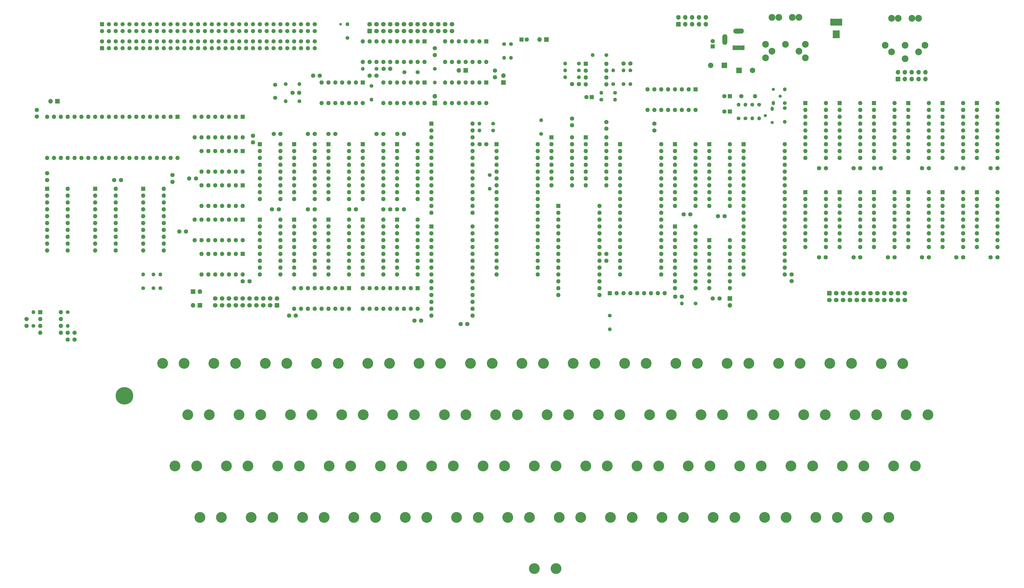
<source format=gbr>
%TF.GenerationSoftware,KiCad,Pcbnew,8.0.4*%
%TF.CreationDate,2025-01-14T13:43:07+00:00*%
%TF.ProjectId,AtomV5Board,41746f6d-5635-4426-9f61-72642e6b6963,rev?*%
%TF.SameCoordinates,Original*%
%TF.FileFunction,Soldermask,Bot*%
%TF.FilePolarity,Negative*%
%FSLAX46Y46*%
G04 Gerber Fmt 4.6, Leading zero omitted, Abs format (unit mm)*
G04 Created by KiCad (PCBNEW 8.0.4) date 2025-01-14 13:43:07*
%MOMM*%
%LPD*%
G01*
G04 APERTURE LIST*
G04 Aperture macros list*
%AMRoundRect*
0 Rectangle with rounded corners*
0 $1 Rounding radius*
0 $2 $3 $4 $5 $6 $7 $8 $9 X,Y pos of 4 corners*
0 Add a 4 corners polygon primitive as box body*
4,1,4,$2,$3,$4,$5,$6,$7,$8,$9,$2,$3,0*
0 Add four circle primitives for the rounded corners*
1,1,$1+$1,$2,$3*
1,1,$1+$1,$4,$5*
1,1,$1+$1,$6,$7*
1,1,$1+$1,$8,$9*
0 Add four rect primitives between the rounded corners*
20,1,$1+$1,$2,$3,$4,$5,0*
20,1,$1+$1,$4,$5,$6,$7,0*
20,1,$1+$1,$6,$7,$8,$9,0*
20,1,$1+$1,$8,$9,$2,$3,0*%
G04 Aperture macros list end*
%ADD10C,1.600000*%
%ADD11R,1.600000X1.600000*%
%ADD12O,1.600000X1.600000*%
%ADD13C,1.400000*%
%ADD14O,1.400000X1.400000*%
%ADD15R,1.700000X1.700000*%
%ADD16O,1.700000X1.700000*%
%ADD17C,2.500000*%
%ADD18RoundRect,0.249999X-0.525001X-0.525001X0.525001X-0.525001X0.525001X0.525001X-0.525001X0.525001X0*%
%ADD19C,1.550000*%
%ADD20R,2.000000X2.000000*%
%ADD21C,2.000000*%
%ADD22C,6.500000*%
%ADD23O,1.200000X1.600000*%
%ADD24O,1.200000X1.200000*%
%ADD25R,0.850000X0.850000*%
%ADD26R,4.500000X2.500000*%
%ADD27R,2.500000X3.000000*%
%ADD28R,4.400000X1.800000*%
%ADD29O,1.800000X4.000000*%
%ADD30O,4.000000X1.800000*%
%ADD31RoundRect,0.249999X0.525001X-0.525001X0.525001X0.525001X-0.525001X0.525001X-0.525001X-0.525001X0*%
%ADD32C,1.500000*%
%ADD33RoundRect,0.250000X0.600000X-0.600000X0.600000X0.600000X-0.600000X0.600000X-0.600000X-0.600000X0*%
%ADD34C,1.700000*%
%ADD35C,4.000000*%
%ADD36RoundRect,0.250000X-0.600000X0.600000X-0.600000X-0.600000X0.600000X-0.600000X0.600000X0.600000X0*%
G04 APERTURE END LIST*
D10*
%TO.C,C132*%
X321310000Y-82550000D03*
X323810000Y-82550000D03*
%TD*%
D11*
%TO.C,IC5*%
X107950000Y-114300000D03*
D12*
X105410000Y-114300000D03*
X102870000Y-114300000D03*
X100330000Y-114300000D03*
X97790000Y-114300000D03*
X95250000Y-114300000D03*
X92710000Y-114300000D03*
X92710000Y-121920000D03*
X95250000Y-121920000D03*
X97790000Y-121920000D03*
X100330000Y-121920000D03*
X102870000Y-121920000D03*
X105410000Y-121920000D03*
X107950000Y-121920000D03*
%TD*%
D11*
%TO.C,C3*%
X288290000Y-55880000D03*
D10*
X286290000Y-55880000D03*
%TD*%
D11*
%TO.C,IC2*%
X35560000Y-90170000D03*
D12*
X35560000Y-92710000D03*
X35560000Y-95250000D03*
X35560000Y-97790000D03*
X35560000Y-100330000D03*
X35560000Y-102870000D03*
X35560000Y-105410000D03*
X35560000Y-107950000D03*
X35560000Y-110490000D03*
X35560000Y-113030000D03*
X43180000Y-113030000D03*
X43180000Y-110490000D03*
X43180000Y-107950000D03*
X43180000Y-105410000D03*
X43180000Y-102870000D03*
X43180000Y-100330000D03*
X43180000Y-97790000D03*
X43180000Y-95250000D03*
X43180000Y-92710000D03*
X43180000Y-90170000D03*
%TD*%
D13*
%TO.C,R101*%
X146685000Y-34290000D03*
D14*
X146685000Y-29210000D03*
%TD*%
D11*
%TO.C,IC42*%
X379730000Y-58420000D03*
D12*
X379730000Y-60960000D03*
X379730000Y-63500000D03*
X379730000Y-66040000D03*
X379730000Y-68580000D03*
X379730000Y-71120000D03*
X379730000Y-73660000D03*
X379730000Y-76200000D03*
X379730000Y-78740000D03*
X387350000Y-78740000D03*
X387350000Y-76200000D03*
X387350000Y-73660000D03*
X387350000Y-71120000D03*
X387350000Y-68580000D03*
X387350000Y-66040000D03*
X387350000Y-63500000D03*
X387350000Y-60960000D03*
X387350000Y-58420000D03*
%TD*%
D13*
%TO.C,R33*%
X245745000Y-54610000D03*
D14*
X240665000Y-54610000D03*
%TD*%
D11*
%TO.C,IC47*%
X275590000Y-53340000D03*
D12*
X273050000Y-53340000D03*
X270510000Y-53340000D03*
X267970000Y-53340000D03*
X265430000Y-53340000D03*
X262890000Y-53340000D03*
X260350000Y-53340000D03*
X257810000Y-53340000D03*
X257810000Y-60960000D03*
X260350000Y-60960000D03*
X262890000Y-60960000D03*
X265430000Y-60960000D03*
X267970000Y-60960000D03*
X270510000Y-60960000D03*
X273050000Y-60960000D03*
X275590000Y-60960000D03*
%TD*%
D10*
%TO.C,C134*%
X334050000Y-82550000D03*
X336550000Y-82550000D03*
%TD*%
%TO.C,C141*%
X372130000Y-115570000D03*
X374630000Y-115570000D03*
%TD*%
D13*
%TO.C,R202*%
X43180000Y-135880000D03*
D14*
X43180000Y-140960000D03*
%TD*%
D10*
%TO.C,C128*%
X273645000Y-99695000D03*
X271145000Y-99695000D03*
%TD*%
D13*
%TO.C,R8*%
X291465000Y-64135000D03*
D14*
X291465000Y-59055000D03*
%TD*%
D13*
%TO.C,R40*%
X71120000Y-127000000D03*
D14*
X71120000Y-121920000D03*
%TD*%
D11*
%TO.C,IC10*%
X114310000Y-73660000D03*
D12*
X114310000Y-76200000D03*
X114310000Y-78740000D03*
X114310000Y-81280000D03*
X114310000Y-83820000D03*
X114310000Y-86360000D03*
X114310000Y-88900000D03*
X114310000Y-91440000D03*
X114310000Y-93980000D03*
X121930000Y-93980000D03*
X121930000Y-91440000D03*
X121930000Y-88900000D03*
X121930000Y-86360000D03*
X121930000Y-83820000D03*
X121930000Y-81280000D03*
X121930000Y-78740000D03*
X121930000Y-76200000D03*
X121930000Y-73660000D03*
%TD*%
D11*
%TO.C,IC37*%
X341630000Y-91440000D03*
D12*
X341630000Y-93980000D03*
X341630000Y-96520000D03*
X341630000Y-99060000D03*
X341630000Y-101600000D03*
X341630000Y-104140000D03*
X341630000Y-106680000D03*
X341630000Y-109220000D03*
X341630000Y-111760000D03*
X349250000Y-111760000D03*
X349250000Y-109220000D03*
X349250000Y-106680000D03*
X349250000Y-104140000D03*
X349250000Y-101600000D03*
X349250000Y-99060000D03*
X349250000Y-96520000D03*
X349250000Y-93980000D03*
X349250000Y-91440000D03*
%TD*%
D10*
%TO.C,C108*%
X111760000Y-73005000D03*
X111760000Y-70505000D03*
%TD*%
D11*
%TO.C,IC9*%
X152400000Y-50800000D03*
D12*
X149860000Y-50800000D03*
X147320000Y-50800000D03*
X144780000Y-50800000D03*
X142240000Y-50800000D03*
X139700000Y-50800000D03*
X137160000Y-50800000D03*
X137160000Y-58420000D03*
X139700000Y-58420000D03*
X142240000Y-58420000D03*
X144780000Y-58420000D03*
X147320000Y-58420000D03*
X149860000Y-58420000D03*
X152400000Y-58420000D03*
%TD*%
D13*
%TO.C,R3*%
X275590000Y-132715000D03*
D14*
X270510000Y-132715000D03*
%TD*%
D10*
%TO.C,C203*%
X45720000Y-143520000D03*
X45720000Y-146020000D03*
%TD*%
D13*
%TO.C,R12*%
X308610000Y-60325000D03*
D14*
X308610000Y-65405000D03*
%TD*%
D13*
%TO.C,R9*%
X299085000Y-59055000D03*
D14*
X299085000Y-64135000D03*
%TD*%
D13*
%TO.C,R201*%
X30480000Y-140960000D03*
D14*
X30480000Y-135880000D03*
%TD*%
D10*
%TO.C,C143*%
X384830000Y-115570000D03*
X387330000Y-115570000D03*
%TD*%
D11*
%TO.C,IC22*%
X201930000Y-73660000D03*
D12*
X201930000Y-76200000D03*
X201930000Y-78740000D03*
X201930000Y-81280000D03*
X201930000Y-83820000D03*
X201930000Y-86360000D03*
X201930000Y-88900000D03*
X201930000Y-91440000D03*
X201930000Y-93980000D03*
X201930000Y-96520000D03*
X201930000Y-99060000D03*
X201930000Y-101600000D03*
X201930000Y-104140000D03*
X201930000Y-106680000D03*
X201930000Y-109220000D03*
X201930000Y-111760000D03*
X201930000Y-114300000D03*
X201930000Y-116840000D03*
X201930000Y-119380000D03*
X201930000Y-121920000D03*
X217170000Y-121920000D03*
X217170000Y-119380000D03*
X217170000Y-116840000D03*
X217170000Y-114300000D03*
X217170000Y-111760000D03*
X217170000Y-109220000D03*
X217170000Y-106680000D03*
X217170000Y-104140000D03*
X217170000Y-101600000D03*
X217170000Y-99060000D03*
X217170000Y-96520000D03*
X217170000Y-93980000D03*
X217170000Y-91440000D03*
X217170000Y-88900000D03*
X217170000Y-86360000D03*
X217170000Y-83820000D03*
X217170000Y-81280000D03*
X217170000Y-78740000D03*
X217170000Y-76200000D03*
X217170000Y-73660000D03*
%TD*%
D11*
%TO.C,C8*%
X237167500Y-56182500D03*
D10*
X235167500Y-56182500D03*
%TD*%
%TO.C,L1*%
X292520000Y-55880000D03*
D12*
X297600000Y-55880000D03*
%TD*%
D13*
%TO.C,R4*%
X123825000Y-51435000D03*
D14*
X128905000Y-51435000D03*
%TD*%
D11*
%TO.C,IC18*%
X165100000Y-73660000D03*
D12*
X165100000Y-76200000D03*
X165100000Y-78740000D03*
X165100000Y-81280000D03*
X165100000Y-83820000D03*
X165100000Y-86360000D03*
X165100000Y-88900000D03*
X165100000Y-91440000D03*
X165100000Y-93980000D03*
X172720000Y-93980000D03*
X172720000Y-91440000D03*
X172720000Y-88900000D03*
X172720000Y-86360000D03*
X172720000Y-83820000D03*
X172720000Y-81280000D03*
X172720000Y-78740000D03*
X172720000Y-76200000D03*
X172720000Y-73660000D03*
%TD*%
D13*
%TO.C,R32*%
X240665000Y-57150000D03*
D14*
X245745000Y-57150000D03*
%TD*%
D10*
%TO.C,C113*%
X160020000Y-97790000D03*
X162520000Y-97790000D03*
%TD*%
D11*
%TO.C,I101*%
X33030000Y-135890000D03*
D12*
X33030000Y-138430000D03*
X33030000Y-140970000D03*
X33030000Y-143510000D03*
X40650000Y-143510000D03*
X40650000Y-140970000D03*
X40650000Y-138430000D03*
X40650000Y-135890000D03*
%TD*%
D10*
%TO.C,C130*%
X281940000Y-130810000D03*
X284440000Y-130810000D03*
%TD*%
D11*
%TO.C,IC21*%
X177800000Y-104140000D03*
D12*
X177800000Y-106680000D03*
X177800000Y-109220000D03*
X177800000Y-111760000D03*
X177800000Y-114300000D03*
X177800000Y-116840000D03*
X177800000Y-119380000D03*
X177800000Y-121920000D03*
X177800000Y-124460000D03*
X177800000Y-127000000D03*
X177800000Y-129540000D03*
X177800000Y-132080000D03*
X177800000Y-134620000D03*
X177800000Y-137160000D03*
X193040000Y-137160000D03*
X193040000Y-134620000D03*
X193040000Y-132080000D03*
X193040000Y-129540000D03*
X193040000Y-127000000D03*
X193040000Y-124460000D03*
X193040000Y-121920000D03*
X193040000Y-119380000D03*
X193040000Y-116840000D03*
X193040000Y-114300000D03*
X193040000Y-111760000D03*
X193040000Y-109220000D03*
X193040000Y-106680000D03*
X193040000Y-104140000D03*
%TD*%
D11*
%TO.C,IC31*%
X293370000Y-73660000D03*
D12*
X293370000Y-76200000D03*
X293370000Y-78740000D03*
X293370000Y-81280000D03*
X293370000Y-83820000D03*
X293370000Y-86360000D03*
X293370000Y-88900000D03*
X293370000Y-91440000D03*
X293370000Y-93980000D03*
X293370000Y-96520000D03*
X293370000Y-99060000D03*
X293370000Y-101600000D03*
X293370000Y-104140000D03*
X293370000Y-106680000D03*
X293370000Y-109220000D03*
X293370000Y-111760000D03*
X293370000Y-114300000D03*
X293370000Y-116840000D03*
X293370000Y-119380000D03*
X293370000Y-121920000D03*
X308610000Y-121920000D03*
X308610000Y-119380000D03*
X308610000Y-116840000D03*
X308610000Y-114300000D03*
X308610000Y-111760000D03*
X308610000Y-109220000D03*
X308610000Y-106680000D03*
X308610000Y-104140000D03*
X308610000Y-101600000D03*
X308610000Y-99060000D03*
X308610000Y-96520000D03*
X308610000Y-93980000D03*
X308610000Y-91440000D03*
X308610000Y-88900000D03*
X308610000Y-86360000D03*
X308610000Y-83820000D03*
X308610000Y-81280000D03*
X308610000Y-78740000D03*
X308610000Y-76200000D03*
X308610000Y-73660000D03*
%TD*%
D13*
%TO.C,R26*%
X179070000Y-45720000D03*
D14*
X179070000Y-50800000D03*
%TD*%
D11*
%TO.C,IC24*%
X224790000Y-96520000D03*
D12*
X224790000Y-99060000D03*
X224790000Y-101600000D03*
X224790000Y-104140000D03*
X224790000Y-106680000D03*
X224790000Y-109220000D03*
X224790000Y-111760000D03*
X224790000Y-114300000D03*
X224790000Y-116840000D03*
X224790000Y-119380000D03*
X224790000Y-121920000D03*
X224790000Y-124460000D03*
X224790000Y-127000000D03*
X224790000Y-129540000D03*
X240030000Y-129540000D03*
X240030000Y-127000000D03*
X240030000Y-124460000D03*
X240030000Y-121920000D03*
X240030000Y-119380000D03*
X240030000Y-116840000D03*
X240030000Y-114300000D03*
X240030000Y-111760000D03*
X240030000Y-109220000D03*
X240030000Y-106680000D03*
X240030000Y-104140000D03*
X240030000Y-101600000D03*
X240030000Y-99060000D03*
X240030000Y-96520000D03*
%TD*%
D11*
%TO.C,IC30*%
X280670000Y-109220000D03*
D12*
X280670000Y-111760000D03*
X280670000Y-114300000D03*
X280670000Y-116840000D03*
X280670000Y-119380000D03*
X280670000Y-121920000D03*
X280670000Y-124460000D03*
X280670000Y-127000000D03*
X288290000Y-127000000D03*
X288290000Y-124460000D03*
X288290000Y-121920000D03*
X288290000Y-119380000D03*
X288290000Y-116840000D03*
X288290000Y-114300000D03*
X288290000Y-111760000D03*
X288290000Y-109220000D03*
%TD*%
D10*
%TO.C,C131*%
X311150000Y-124420000D03*
X311150000Y-121920000D03*
%TD*%
D15*
%TO.C,PL101*%
X350525000Y-49535000D03*
D16*
X350525000Y-46995000D03*
X353065000Y-49535000D03*
X353065000Y-46995000D03*
X355605000Y-49535000D03*
X355605000Y-46995000D03*
X358145000Y-49535000D03*
X358145000Y-46995000D03*
X360685000Y-49535000D03*
X360685000Y-46995000D03*
%TD*%
D13*
%TO.C,R31*%
X242570000Y-40640000D03*
D14*
X237490000Y-40640000D03*
%TD*%
D10*
%TO.C,C139*%
X359430000Y-115570000D03*
X361930000Y-115570000D03*
%TD*%
%TO.C,C110*%
X121920000Y-69850000D03*
X119420000Y-69850000D03*
%TD*%
%TO.C,C111*%
X118785000Y-97790000D03*
X121285000Y-97790000D03*
%TD*%
%TO.C,C122*%
X195620000Y-73660000D03*
X198120000Y-73660000D03*
%TD*%
D15*
%TO.C,LS1*%
X220350000Y-34925000D03*
D16*
X217810000Y-34925000D03*
%TD*%
D11*
%TO.C,IC25*%
X247650000Y-73660000D03*
D12*
X247650000Y-76200000D03*
X247650000Y-78740000D03*
X247650000Y-81280000D03*
X247650000Y-83820000D03*
X247650000Y-86360000D03*
X247650000Y-88900000D03*
X247650000Y-91440000D03*
X247650000Y-93980000D03*
X247650000Y-96520000D03*
X247650000Y-99060000D03*
X247650000Y-101600000D03*
X247650000Y-104140000D03*
X247650000Y-106680000D03*
X247650000Y-109220000D03*
X247650000Y-111760000D03*
X247650000Y-114300000D03*
X247650000Y-116840000D03*
X247650000Y-119380000D03*
X247650000Y-121920000D03*
X262890000Y-121920000D03*
X262890000Y-119380000D03*
X262890000Y-116840000D03*
X262890000Y-114300000D03*
X262890000Y-111760000D03*
X262890000Y-109220000D03*
X262890000Y-106680000D03*
X262890000Y-104140000D03*
X262890000Y-101600000D03*
X262890000Y-99060000D03*
X262890000Y-96520000D03*
X262890000Y-93980000D03*
X262890000Y-91440000D03*
X262890000Y-88900000D03*
X262890000Y-86360000D03*
X262890000Y-83820000D03*
X262890000Y-81280000D03*
X262890000Y-78740000D03*
X262890000Y-76200000D03*
X262890000Y-73660000D03*
%TD*%
D10*
%TO.C,C105*%
X107970000Y-124460000D03*
X110470000Y-124460000D03*
%TD*%
%TO.C,C104*%
X81915000Y-87610000D03*
X81915000Y-85110000D03*
%TD*%
D13*
%TO.C,R29*%
X248920000Y-51435000D03*
D14*
X248920000Y-46355000D03*
%TD*%
D17*
%TO.C,PL102*%
X345790000Y-36990000D03*
X353140000Y-36990000D03*
X360490000Y-36990000D03*
X348140000Y-39490000D03*
X353140000Y-41990000D03*
X358140000Y-39490000D03*
X355640000Y-26990000D03*
X350640000Y-26990000D03*
X358140000Y-26990000D03*
X348140000Y-26990000D03*
%TD*%
D13*
%TO.C,R34*%
X245110000Y-51435000D03*
D14*
X245110000Y-46355000D03*
%TD*%
D10*
%TO.C,C124*%
X242570000Y-114340000D03*
X242570000Y-116840000D03*
%TD*%
%TO.C,C103*%
X60365000Y-86995000D03*
X62865000Y-86995000D03*
%TD*%
D18*
%TO.C,PL6*%
X55880000Y-29210000D03*
D19*
X58420000Y-29210000D03*
X60960000Y-29210000D03*
X63500000Y-29210000D03*
X66040000Y-29210000D03*
X68580000Y-29210000D03*
X71120000Y-29210000D03*
X73660000Y-29210000D03*
X76200000Y-29210000D03*
X78740000Y-29210000D03*
X81280000Y-29210000D03*
X83820000Y-29210000D03*
X86360000Y-29210000D03*
X88900000Y-29210000D03*
X91440000Y-29210000D03*
X93980000Y-29210000D03*
X96520000Y-29210000D03*
X99060000Y-29210000D03*
X101600000Y-29210000D03*
X104140000Y-29210000D03*
X106680000Y-29210000D03*
X109220000Y-29210000D03*
X111760000Y-29210000D03*
X114300000Y-29210000D03*
X116840000Y-29210000D03*
X119380000Y-29210000D03*
X121920000Y-29210000D03*
X124460000Y-29210000D03*
X127000000Y-29210000D03*
X129540000Y-29210000D03*
X132080000Y-29210000D03*
X134620000Y-29210000D03*
X55880000Y-31750000D03*
X58420000Y-31750000D03*
X60960000Y-31750000D03*
X63500000Y-31750000D03*
X66040000Y-31750000D03*
X68580000Y-31750000D03*
X71120000Y-31750000D03*
X73660000Y-31750000D03*
X76200000Y-31750000D03*
X78740000Y-31750000D03*
X81280000Y-31750000D03*
X83820000Y-31750000D03*
X86360000Y-31750000D03*
X88900000Y-31750000D03*
X91440000Y-31750000D03*
X93980000Y-31750000D03*
X96520000Y-31750000D03*
X99060000Y-31750000D03*
X101600000Y-31750000D03*
X104140000Y-31750000D03*
X106680000Y-31750000D03*
X109220000Y-31750000D03*
X111760000Y-31750000D03*
X114300000Y-31750000D03*
X116840000Y-31750000D03*
X119380000Y-31750000D03*
X121920000Y-31750000D03*
X124460000Y-31750000D03*
X127000000Y-31750000D03*
X129540000Y-31750000D03*
X132080000Y-31750000D03*
X134620000Y-31750000D03*
%TD*%
D10*
%TO.C,C102*%
X35560000Y-84455000D03*
X35560000Y-86955000D03*
%TD*%
%TO.C,C117*%
X132100000Y-97790000D03*
X134600000Y-97790000D03*
%TD*%
D13*
%TO.C,R35*%
X232410000Y-43815000D03*
D14*
X227330000Y-43815000D03*
%TD*%
D20*
%TO.C,C12*%
X291637323Y-46355000D03*
D21*
X296637323Y-46355000D03*
%TD*%
D13*
%TO.C,R39*%
X74930000Y-127000000D03*
D14*
X74930000Y-121920000D03*
%TD*%
D13*
%TO.C,R13*%
X199390000Y-85090000D03*
D14*
X199390000Y-90170000D03*
%TD*%
D15*
%TO.C,LK3*%
X92075000Y-133350000D03*
D16*
X89535000Y-133350000D03*
%TD*%
D11*
%TO.C,RN1*%
X243825000Y-128905000D03*
D12*
X246365000Y-128905000D03*
X248905000Y-128905000D03*
X251445000Y-128905000D03*
X253985000Y-128905000D03*
X256525000Y-128905000D03*
X259065000Y-128905000D03*
X261605000Y-128905000D03*
X264145000Y-128905000D03*
%TD*%
D10*
%TO.C,C126*%
X242570000Y-67925000D03*
X242570000Y-65425000D03*
%TD*%
D22*
%TO.C,KC1*%
X64190000Y-166920000D03*
%TD*%
D11*
%TO.C,IC3*%
X53340000Y-90170000D03*
D12*
X53340000Y-92710000D03*
X53340000Y-95250000D03*
X53340000Y-97790000D03*
X53340000Y-100330000D03*
X53340000Y-102870000D03*
X53340000Y-105410000D03*
X53340000Y-107950000D03*
X53340000Y-110490000D03*
X53340000Y-113030000D03*
X60960000Y-113030000D03*
X60960000Y-110490000D03*
X60960000Y-107950000D03*
X60960000Y-105410000D03*
X60960000Y-102870000D03*
X60960000Y-100330000D03*
X60960000Y-97790000D03*
X60960000Y-95250000D03*
X60960000Y-92710000D03*
X60960000Y-90170000D03*
%TD*%
D10*
%TO.C,C123*%
X229870000Y-66655000D03*
X229870000Y-64155000D03*
%TD*%
D11*
%TO.C,IC46*%
X234960000Y-43825000D03*
D12*
X234960000Y-46365000D03*
X234960000Y-48905000D03*
X234960000Y-51445000D03*
X242580000Y-51445000D03*
X242580000Y-48905000D03*
X242580000Y-46365000D03*
X242580000Y-43825000D03*
%TD*%
D15*
%TO.C,LK8*%
X190500000Y-46355000D03*
D16*
X187960000Y-46355000D03*
%TD*%
D15*
%TO.C,LK7*%
X204470000Y-50805000D03*
D16*
X204470000Y-48265000D03*
%TD*%
D11*
%TO.C,IC27*%
X267970000Y-104140000D03*
D12*
X267970000Y-106680000D03*
X267970000Y-109220000D03*
X267970000Y-111760000D03*
X267970000Y-114300000D03*
X267970000Y-116840000D03*
X267970000Y-119380000D03*
X267970000Y-121920000D03*
X267970000Y-124460000D03*
X267970000Y-127000000D03*
X275590000Y-127000000D03*
X275590000Y-124460000D03*
X275590000Y-121920000D03*
X275590000Y-119380000D03*
X275590000Y-116840000D03*
X275590000Y-114300000D03*
X275590000Y-111760000D03*
X275590000Y-109220000D03*
X275590000Y-106680000D03*
X275590000Y-104140000D03*
%TD*%
D11*
%TO.C,IC35*%
X328930000Y-91440000D03*
D12*
X328930000Y-93980000D03*
X328930000Y-96520000D03*
X328930000Y-99060000D03*
X328930000Y-101600000D03*
X328930000Y-104140000D03*
X328930000Y-106680000D03*
X328930000Y-109220000D03*
X328930000Y-111760000D03*
X336550000Y-111760000D03*
X336550000Y-109220000D03*
X336550000Y-106680000D03*
X336550000Y-104140000D03*
X336550000Y-101600000D03*
X336550000Y-99060000D03*
X336550000Y-96520000D03*
X336550000Y-93980000D03*
X336550000Y-91440000D03*
%TD*%
D10*
%TO.C,C101*%
X31750000Y-63460000D03*
X31750000Y-60960000D03*
%TD*%
D13*
%TO.C,R6*%
X308610000Y-58420000D03*
D14*
X308610000Y-53340000D03*
%TD*%
D13*
%TO.C,R36*%
X232410000Y-48895000D03*
D14*
X227330000Y-48895000D03*
%TD*%
D10*
%TO.C,C151*%
X127595000Y-137160000D03*
X125095000Y-137160000D03*
%TD*%
D11*
%TO.C,IC41*%
X367030000Y-91440000D03*
D12*
X367030000Y-93980000D03*
X367030000Y-96520000D03*
X367030000Y-99060000D03*
X367030000Y-101600000D03*
X367030000Y-104140000D03*
X367030000Y-106680000D03*
X367030000Y-109220000D03*
X367030000Y-111760000D03*
X374650000Y-111760000D03*
X374650000Y-109220000D03*
X374650000Y-106680000D03*
X374650000Y-104140000D03*
X374650000Y-101600000D03*
X374650000Y-99060000D03*
X374650000Y-96520000D03*
X374650000Y-93980000D03*
X374650000Y-91440000D03*
%TD*%
D13*
%TO.C,R25*%
X243840000Y-137160000D03*
D14*
X243840000Y-142240000D03*
%TD*%
D10*
%TO.C,C127*%
X270510000Y-130175000D03*
X268010000Y-130175000D03*
%TD*%
D15*
%TO.C,LK9*%
X89535000Y-128270000D03*
D16*
X92075000Y-128270000D03*
%TD*%
D10*
%TO.C,C129*%
X286365000Y-100330000D03*
X283865000Y-100330000D03*
%TD*%
%TO.C,C1*%
X128865000Y-54610000D03*
X126365000Y-54610000D03*
%TD*%
%TO.C,C125*%
X260350000Y-68560000D03*
X260350000Y-66060000D03*
%TD*%
D11*
%TO.C,IC8*%
X107950000Y-76200000D03*
D12*
X105410000Y-76200000D03*
X102870000Y-76200000D03*
X100330000Y-76200000D03*
X97790000Y-76200000D03*
X95250000Y-76200000D03*
X92710000Y-76200000D03*
X92710000Y-83820000D03*
X95250000Y-83820000D03*
X97790000Y-83820000D03*
X100330000Y-83820000D03*
X102870000Y-83820000D03*
X105410000Y-83820000D03*
X107950000Y-83820000D03*
%TD*%
D11*
%TO.C,IC15*%
X139700000Y-101600000D03*
D12*
X139700000Y-104140000D03*
X139700000Y-106680000D03*
X139700000Y-109220000D03*
X139700000Y-111760000D03*
X139700000Y-114300000D03*
X139700000Y-116840000D03*
X139700000Y-119380000D03*
X139700000Y-121920000D03*
X147320000Y-121920000D03*
X147320000Y-119380000D03*
X147320000Y-116840000D03*
X147320000Y-114300000D03*
X147320000Y-111760000D03*
X147320000Y-109220000D03*
X147320000Y-106680000D03*
X147320000Y-104140000D03*
X147320000Y-101600000D03*
%TD*%
D10*
%TO.C,C202*%
X43180000Y-143520000D03*
X43180000Y-146020000D03*
%TD*%
D13*
%TO.C,R15*%
X200660000Y-66040000D03*
D14*
X195580000Y-66040000D03*
%TD*%
D10*
%TO.C,C112*%
X157480000Y-69850000D03*
X159980000Y-69850000D03*
%TD*%
%TO.C,C119*%
X167620000Y-97790000D03*
X165120000Y-97790000D03*
%TD*%
D11*
%TO.C,IC32*%
X316230000Y-58420000D03*
D12*
X316230000Y-60960000D03*
X316230000Y-63500000D03*
X316230000Y-66040000D03*
X316230000Y-68580000D03*
X316230000Y-71120000D03*
X316230000Y-73660000D03*
X316230000Y-76200000D03*
X316230000Y-78740000D03*
X323850000Y-78740000D03*
X323850000Y-76200000D03*
X323850000Y-73660000D03*
X323850000Y-71120000D03*
X323850000Y-68580000D03*
X323850000Y-66040000D03*
X323850000Y-63500000D03*
X323850000Y-60960000D03*
X323850000Y-58420000D03*
%TD*%
D11*
%TO.C,IC20*%
X177800000Y-66040000D03*
D12*
X177800000Y-68580000D03*
X177800000Y-71120000D03*
X177800000Y-73660000D03*
X177800000Y-76200000D03*
X177800000Y-78740000D03*
X177800000Y-81280000D03*
X177800000Y-83820000D03*
X177800000Y-86360000D03*
X177800000Y-88900000D03*
X177800000Y-91440000D03*
X177800000Y-93980000D03*
X177800000Y-96520000D03*
X177800000Y-99060000D03*
X193040000Y-99060000D03*
X193040000Y-96520000D03*
X193040000Y-93980000D03*
X193040000Y-91440000D03*
X193040000Y-88900000D03*
X193040000Y-86360000D03*
X193040000Y-83820000D03*
X193040000Y-81280000D03*
X193040000Y-78740000D03*
X193040000Y-76200000D03*
X193040000Y-73660000D03*
X193040000Y-71120000D03*
X193040000Y-68580000D03*
X193040000Y-66040000D03*
%TD*%
D11*
%TO.C,IC23*%
X222250000Y-71120000D03*
D12*
X222250000Y-73660000D03*
X222250000Y-76200000D03*
X222250000Y-78740000D03*
X222250000Y-81280000D03*
X222250000Y-83820000D03*
X222250000Y-86360000D03*
X222250000Y-88900000D03*
X229870000Y-88900000D03*
X229870000Y-86360000D03*
X229870000Y-83820000D03*
X229870000Y-81280000D03*
X229870000Y-78740000D03*
X229870000Y-76200000D03*
X229870000Y-73660000D03*
X229870000Y-71120000D03*
%TD*%
D11*
%TO.C,IC6*%
X107950000Y-101610000D03*
D12*
X105410000Y-101610000D03*
X102870000Y-101610000D03*
X100330000Y-101610000D03*
X97790000Y-101610000D03*
X95250000Y-101610000D03*
X92710000Y-101610000D03*
X90170000Y-101610000D03*
X90170000Y-109230000D03*
X92710000Y-109230000D03*
X95250000Y-109230000D03*
X97790000Y-109230000D03*
X100330000Y-109230000D03*
X102870000Y-109230000D03*
X105410000Y-109230000D03*
X107950000Y-109230000D03*
%TD*%
D10*
%TO.C,C121*%
X191095000Y-140335000D03*
X188595000Y-140335000D03*
%TD*%
D13*
%TO.C,R2*%
X204724000Y-36576000D03*
D14*
X204724000Y-41656000D03*
%TD*%
D11*
%TO.C,IC13*%
X152400000Y-101600000D03*
D12*
X152400000Y-104140000D03*
X152400000Y-106680000D03*
X152400000Y-109220000D03*
X152400000Y-111760000D03*
X152400000Y-114300000D03*
X152400000Y-116840000D03*
X152400000Y-119380000D03*
X152400000Y-121920000D03*
X160020000Y-121920000D03*
X160020000Y-119380000D03*
X160020000Y-116840000D03*
X160020000Y-114300000D03*
X160020000Y-111760000D03*
X160020000Y-109220000D03*
X160020000Y-106680000D03*
X160020000Y-104140000D03*
X160020000Y-101600000D03*
%TD*%
D11*
%TO.C,IC34*%
X328930000Y-58420000D03*
D12*
X328930000Y-60960000D03*
X328930000Y-63500000D03*
X328930000Y-66040000D03*
X328930000Y-68580000D03*
X328930000Y-71120000D03*
X328930000Y-73660000D03*
X328930000Y-76200000D03*
X328930000Y-78740000D03*
X336550000Y-78740000D03*
X336550000Y-76200000D03*
X336550000Y-73660000D03*
X336550000Y-71120000D03*
X336550000Y-68580000D03*
X336550000Y-66040000D03*
X336550000Y-63500000D03*
X336550000Y-60960000D03*
X336550000Y-58420000D03*
%TD*%
D11*
%TO.C,IC19*%
X165100000Y-101600000D03*
D12*
X165100000Y-104140000D03*
X165100000Y-106680000D03*
X165100000Y-109220000D03*
X165100000Y-111760000D03*
X165100000Y-114300000D03*
X165100000Y-116840000D03*
X165100000Y-119380000D03*
X165100000Y-121920000D03*
X172720000Y-121920000D03*
X172720000Y-119380000D03*
X172720000Y-116840000D03*
X172720000Y-114300000D03*
X172720000Y-111760000D03*
X172720000Y-109220000D03*
X172720000Y-106680000D03*
X172720000Y-104140000D03*
X172720000Y-101600000D03*
%TD*%
D23*
%TO.C,Q2*%
X303980276Y-60509724D03*
D24*
X301440276Y-63049724D03*
X303980276Y-65589724D03*
%TD*%
D25*
%TO.C,J2*%
X144145000Y-29210000D03*
%TD*%
D15*
%TO.C,LK6*%
X179070000Y-58420000D03*
D16*
X179070000Y-55880000D03*
%TD*%
D13*
%TO.C,R10*%
X294005000Y-64135000D03*
D14*
X294005000Y-59055000D03*
%TD*%
D13*
%TO.C,R1*%
X207264000Y-36576000D03*
D14*
X207264000Y-41656000D03*
%TD*%
D11*
%TO.C,IC11*%
X114300000Y-101600000D03*
D12*
X114300000Y-104140000D03*
X114300000Y-106680000D03*
X114300000Y-109220000D03*
X114300000Y-111760000D03*
X114300000Y-114300000D03*
X114300000Y-116840000D03*
X114300000Y-119380000D03*
X114300000Y-121920000D03*
X121920000Y-121920000D03*
X121920000Y-119380000D03*
X121920000Y-116840000D03*
X121920000Y-114300000D03*
X121920000Y-111760000D03*
X121920000Y-109220000D03*
X121920000Y-106680000D03*
X121920000Y-104140000D03*
X121920000Y-101600000D03*
%TD*%
D11*
%TO.C,IC36*%
X341630000Y-58420000D03*
D12*
X341630000Y-60960000D03*
X341630000Y-63500000D03*
X341630000Y-66040000D03*
X341630000Y-68580000D03*
X341630000Y-71120000D03*
X341630000Y-73660000D03*
X341630000Y-76200000D03*
X341630000Y-78740000D03*
X349250000Y-78740000D03*
X349250000Y-76200000D03*
X349250000Y-73660000D03*
X349250000Y-71120000D03*
X349250000Y-68580000D03*
X349250000Y-66040000D03*
X349250000Y-63500000D03*
X349250000Y-60960000D03*
X349250000Y-58420000D03*
%TD*%
D11*
%TO.C,IC43*%
X379730000Y-91440000D03*
D12*
X379730000Y-93980000D03*
X379730000Y-96520000D03*
X379730000Y-99060000D03*
X379730000Y-101600000D03*
X379730000Y-104140000D03*
X379730000Y-106680000D03*
X379730000Y-109220000D03*
X379730000Y-111760000D03*
X387350000Y-111760000D03*
X387350000Y-109220000D03*
X387350000Y-106680000D03*
X387350000Y-104140000D03*
X387350000Y-101600000D03*
X387350000Y-99060000D03*
X387350000Y-96520000D03*
X387350000Y-93980000D03*
X387350000Y-91440000D03*
%TD*%
D10*
%TO.C,C133*%
X321290000Y-115570000D03*
X323790000Y-115570000D03*
%TD*%
%TO.C,C135*%
X334050000Y-115570000D03*
X336550000Y-115570000D03*
%TD*%
%TO.C,C145*%
X157460000Y-48260000D03*
X154960000Y-48260000D03*
%TD*%
%TO.C,C142*%
X384830000Y-82550000D03*
X387330000Y-82550000D03*
%TD*%
D11*
%TO.C,IC48*%
X198120000Y-35560000D03*
D12*
X195580000Y-35560000D03*
X193040000Y-35560000D03*
X190500000Y-35560000D03*
X187960000Y-35560000D03*
X185420000Y-35560000D03*
X182880000Y-35560000D03*
X182880000Y-43180000D03*
X185420000Y-43180000D03*
X187960000Y-43180000D03*
X190500000Y-43180000D03*
X193040000Y-43180000D03*
X195580000Y-43180000D03*
X198120000Y-43180000D03*
%TD*%
D13*
%TO.C,R16*%
X218440000Y-69850000D03*
D14*
X218440000Y-64770000D03*
%TD*%
D10*
%TO.C,C148*%
X201295000Y-46395000D03*
X201295000Y-48895000D03*
%TD*%
D11*
%TO.C,IC14*%
X139700000Y-73660000D03*
D12*
X139700000Y-76200000D03*
X139700000Y-78740000D03*
X139700000Y-81280000D03*
X139700000Y-83820000D03*
X139700000Y-86360000D03*
X139700000Y-88900000D03*
X139700000Y-91440000D03*
X139700000Y-93980000D03*
X147320000Y-93980000D03*
X147320000Y-91440000D03*
X147320000Y-88900000D03*
X147320000Y-86360000D03*
X147320000Y-83820000D03*
X147320000Y-81280000D03*
X147320000Y-78740000D03*
X147320000Y-76200000D03*
X147320000Y-73660000D03*
%TD*%
D11*
%TO.C,IC45*%
X175260000Y-50810000D03*
D12*
X172720000Y-50810000D03*
X170180000Y-50810000D03*
X167640000Y-50810000D03*
X165100000Y-50810000D03*
X162560000Y-50810000D03*
X160020000Y-50810000D03*
X160020000Y-58430000D03*
X162560000Y-58430000D03*
X165100000Y-58430000D03*
X167640000Y-58430000D03*
X170180000Y-58430000D03*
X172720000Y-58430000D03*
X175260000Y-58430000D03*
%TD*%
D10*
%TO.C,C109*%
X136485000Y-48260000D03*
X133985000Y-48260000D03*
%TD*%
D26*
%TO.C,PL103*%
X327660000Y-28472500D03*
D27*
X327660000Y-32972500D03*
%TD*%
D11*
%TO.C,C4*%
X288290000Y-61595000D03*
D10*
X286290000Y-61595000D03*
%TD*%
%TO.C,C115*%
X147360000Y-97790000D03*
X149860000Y-97790000D03*
%TD*%
D11*
%TO.C,IC17*%
X127000000Y-101600000D03*
D12*
X127000000Y-104140000D03*
X127000000Y-106680000D03*
X127000000Y-109220000D03*
X127000000Y-111760000D03*
X127000000Y-114300000D03*
X127000000Y-116840000D03*
X127000000Y-119380000D03*
X127000000Y-121920000D03*
X134620000Y-121920000D03*
X134620000Y-119380000D03*
X134620000Y-116840000D03*
X134620000Y-114300000D03*
X134620000Y-111760000D03*
X134620000Y-109220000D03*
X134620000Y-106680000D03*
X134620000Y-104140000D03*
X134620000Y-101600000D03*
%TD*%
D13*
%TO.C,R5*%
X128905000Y-57785000D03*
D14*
X123825000Y-57785000D03*
%TD*%
D13*
%TO.C,R27*%
X157480000Y-45720000D03*
D14*
X152400000Y-45720000D03*
%TD*%
D11*
%TO.C,IC12*%
X152400000Y-73660000D03*
D12*
X152400000Y-76200000D03*
X152400000Y-78740000D03*
X152400000Y-81280000D03*
X152400000Y-83820000D03*
X152400000Y-86360000D03*
X152400000Y-88900000D03*
X152400000Y-91440000D03*
X152400000Y-93980000D03*
X160020000Y-93980000D03*
X160020000Y-91440000D03*
X160020000Y-88900000D03*
X160020000Y-86360000D03*
X160020000Y-83820000D03*
X160020000Y-81280000D03*
X160020000Y-78740000D03*
X160020000Y-76200000D03*
X160020000Y-73660000D03*
%TD*%
D10*
%TO.C,C201*%
X27940000Y-140940000D03*
X27940000Y-138440000D03*
%TD*%
D11*
%TO.C,IC38*%
X354330000Y-58420000D03*
D12*
X354330000Y-60960000D03*
X354330000Y-63500000D03*
X354330000Y-66040000D03*
X354330000Y-68580000D03*
X354330000Y-71120000D03*
X354330000Y-73660000D03*
X354330000Y-76200000D03*
X354330000Y-78740000D03*
X361950000Y-78740000D03*
X361950000Y-76200000D03*
X361950000Y-73660000D03*
X361950000Y-71120000D03*
X361950000Y-68580000D03*
X361950000Y-66040000D03*
X361950000Y-63500000D03*
X361950000Y-60960000D03*
X361950000Y-58420000D03*
%TD*%
D10*
%TO.C,C116*%
X132100000Y-69850000D03*
X134600000Y-69850000D03*
%TD*%
D13*
%TO.C,R14*%
X200660000Y-68580000D03*
D14*
X195580000Y-68580000D03*
%TD*%
D11*
%TO.C,IC40*%
X367030000Y-58420000D03*
D12*
X367030000Y-60960000D03*
X367030000Y-63500000D03*
X367030000Y-66040000D03*
X367030000Y-68580000D03*
X367030000Y-71120000D03*
X367030000Y-73660000D03*
X367030000Y-76200000D03*
X367030000Y-78740000D03*
X374650000Y-78740000D03*
X374650000Y-76200000D03*
X374650000Y-73660000D03*
X374650000Y-71120000D03*
X374650000Y-68580000D03*
X374650000Y-66040000D03*
X374650000Y-63500000D03*
X374650000Y-60960000D03*
X374650000Y-58420000D03*
%TD*%
D13*
%TO.C,R7*%
X296545000Y-59055000D03*
D14*
X296545000Y-64135000D03*
%TD*%
D11*
%TO.C,IC26*%
X234950000Y-71120000D03*
D12*
X234950000Y-73660000D03*
X234950000Y-76200000D03*
X234950000Y-78740000D03*
X234950000Y-81280000D03*
X234950000Y-83820000D03*
X234950000Y-86360000D03*
X234950000Y-88900000D03*
X242570000Y-88900000D03*
X242570000Y-86360000D03*
X242570000Y-83820000D03*
X242570000Y-81280000D03*
X242570000Y-78740000D03*
X242570000Y-76200000D03*
X242570000Y-73660000D03*
X242570000Y-71120000D03*
%TD*%
D28*
%TO.C,SK3*%
X291465000Y-37950000D03*
D29*
X286465000Y-34850000D03*
D30*
X291465000Y-31750000D03*
%TD*%
D11*
%TO.C,C9*%
X281940000Y-37465000D03*
D10*
X281940000Y-35465000D03*
%TD*%
D11*
%TO.C,IC16*%
X127000000Y-73660000D03*
D12*
X127000000Y-76200000D03*
X127000000Y-78740000D03*
X127000000Y-81280000D03*
X127000000Y-83820000D03*
X127000000Y-86360000D03*
X127000000Y-88900000D03*
X127000000Y-91440000D03*
X127000000Y-93980000D03*
X134620000Y-93980000D03*
X134620000Y-91440000D03*
X134620000Y-88900000D03*
X134620000Y-86360000D03*
X134620000Y-83820000D03*
X134620000Y-81280000D03*
X134620000Y-78740000D03*
X134620000Y-76200000D03*
X134620000Y-73660000D03*
%TD*%
D20*
%TO.C,C13*%
X286212677Y-44450000D03*
D21*
X281212677Y-44450000D03*
%TD*%
D23*
%TO.C,Q1*%
X304349724Y-58420000D03*
D24*
X306889724Y-55880000D03*
X304349724Y-53340000D03*
%TD*%
D15*
%TO.C,LK1*%
X288290000Y-130810000D03*
D16*
X288290000Y-133350000D03*
%TD*%
D13*
%TO.C,R37*%
X232410000Y-46355000D03*
D14*
X227330000Y-46355000D03*
%TD*%
D10*
%TO.C,C6*%
X248940000Y-43815000D03*
X251440000Y-43815000D03*
%TD*%
D15*
%TO.C,LK2*%
X39370000Y-57785000D03*
D16*
X36830000Y-57785000D03*
%TD*%
D11*
%TO.C,IC52*%
X172720000Y-127000000D03*
D12*
X170180000Y-127000000D03*
X167640000Y-127000000D03*
X165100000Y-127000000D03*
X162560000Y-127000000D03*
X160020000Y-127000000D03*
X157480000Y-127000000D03*
X154940000Y-127000000D03*
X152400000Y-127000000D03*
X152400000Y-134620000D03*
X154940000Y-134620000D03*
X157480000Y-134620000D03*
X160020000Y-134620000D03*
X162560000Y-134620000D03*
X165100000Y-134620000D03*
X167640000Y-134620000D03*
X170180000Y-134620000D03*
X172720000Y-134620000D03*
%TD*%
D11*
%TO.C,IC1*%
X83820000Y-63500000D03*
D12*
X81280000Y-63500000D03*
X78740000Y-63500000D03*
X76200000Y-63500000D03*
X73660000Y-63500000D03*
X71120000Y-63500000D03*
X68580000Y-63500000D03*
X66040000Y-63500000D03*
X63500000Y-63500000D03*
X60960000Y-63500000D03*
X58420000Y-63500000D03*
X55880000Y-63500000D03*
X53340000Y-63500000D03*
X50800000Y-63500000D03*
X48260000Y-63500000D03*
X45720000Y-63500000D03*
X43180000Y-63500000D03*
X40640000Y-63500000D03*
X38100000Y-63500000D03*
X35560000Y-63500000D03*
X35560000Y-78740000D03*
X38100000Y-78740000D03*
X40640000Y-78740000D03*
X43180000Y-78740000D03*
X45720000Y-78740000D03*
X48260000Y-78740000D03*
X50800000Y-78740000D03*
X53340000Y-78740000D03*
X55880000Y-78740000D03*
X58420000Y-78740000D03*
X60960000Y-78740000D03*
X63500000Y-78740000D03*
X66040000Y-78740000D03*
X68580000Y-78740000D03*
X71120000Y-78740000D03*
X73660000Y-78740000D03*
X76200000Y-78740000D03*
X78740000Y-78740000D03*
X81280000Y-78740000D03*
X83820000Y-78740000D03*
%TD*%
D10*
%TO.C,C136*%
X344170000Y-82550000D03*
X341670000Y-82550000D03*
%TD*%
D13*
%TO.C,R28*%
X155575000Y-52070000D03*
D14*
X155575000Y-57150000D03*
%TD*%
D13*
%TO.C,R41*%
X77470000Y-127000000D03*
D14*
X77470000Y-121920000D03*
%TD*%
D11*
%TO.C,IC7*%
X107950000Y-88900000D03*
D12*
X105410000Y-88900000D03*
X102870000Y-88900000D03*
X100330000Y-88900000D03*
X97790000Y-88900000D03*
X95250000Y-88900000D03*
X92710000Y-88900000D03*
X92710000Y-96520000D03*
X95250000Y-96520000D03*
X97790000Y-96520000D03*
X100330000Y-96520000D03*
X102870000Y-96520000D03*
X105410000Y-96520000D03*
X107950000Y-96520000D03*
%TD*%
D11*
%TO.C,IC39*%
X354330000Y-91440000D03*
D12*
X354330000Y-93980000D03*
X354330000Y-96520000D03*
X354330000Y-99060000D03*
X354330000Y-101600000D03*
X354330000Y-104140000D03*
X354330000Y-106680000D03*
X354330000Y-109220000D03*
X354330000Y-111760000D03*
X361950000Y-111760000D03*
X361950000Y-109220000D03*
X361950000Y-106680000D03*
X361950000Y-104140000D03*
X361950000Y-101600000D03*
X361950000Y-99060000D03*
X361950000Y-96520000D03*
X361950000Y-93980000D03*
X361950000Y-91440000D03*
%TD*%
D31*
%TO.C,PL7*%
X55880000Y-38100000D03*
D19*
X58420000Y-38100000D03*
X60960000Y-38100000D03*
X63500000Y-38100000D03*
X66040000Y-38100000D03*
X68580000Y-38100000D03*
X71120000Y-38100000D03*
X73660000Y-38100000D03*
X76200000Y-38100000D03*
X78740000Y-38100000D03*
X81280000Y-38100000D03*
X83820000Y-38100000D03*
X86360000Y-38100000D03*
X88900000Y-38100000D03*
X91440000Y-38100000D03*
X93980000Y-38100000D03*
X96520000Y-38100000D03*
X99060000Y-38100000D03*
X101600000Y-38100000D03*
X104140000Y-38100000D03*
X106680000Y-38100000D03*
X109220000Y-38100000D03*
X111760000Y-38100000D03*
X114300000Y-38100000D03*
X116840000Y-38100000D03*
X119380000Y-38100000D03*
X121920000Y-38100000D03*
X124460000Y-38100000D03*
X127000000Y-38100000D03*
X129540000Y-38100000D03*
X132080000Y-38100000D03*
X134620000Y-38100000D03*
X55880000Y-35560000D03*
X58420000Y-35560000D03*
X60960000Y-35560000D03*
X63500000Y-35560000D03*
X66040000Y-35560000D03*
X68580000Y-35560000D03*
X71120000Y-35560000D03*
X73660000Y-35560000D03*
X76200000Y-35560000D03*
X78740000Y-35560000D03*
X81280000Y-35560000D03*
X83820000Y-35560000D03*
X86360000Y-35560000D03*
X88900000Y-35560000D03*
X91440000Y-35560000D03*
X93980000Y-35560000D03*
X96520000Y-35560000D03*
X99060000Y-35560000D03*
X101600000Y-35560000D03*
X104140000Y-35560000D03*
X106680000Y-35560000D03*
X109220000Y-35560000D03*
X111760000Y-35560000D03*
X114300000Y-35560000D03*
X116840000Y-35560000D03*
X119380000Y-35560000D03*
X121920000Y-35560000D03*
X124460000Y-35560000D03*
X127000000Y-35560000D03*
X129540000Y-35560000D03*
X132080000Y-35560000D03*
X134620000Y-35560000D03*
%TD*%
D10*
%TO.C,C150*%
X179070000Y-40640000D03*
X179070000Y-38140000D03*
%TD*%
D15*
%TO.C,PL4*%
X269240000Y-29210000D03*
D16*
X269240000Y-26670000D03*
X271780000Y-29210000D03*
X271780000Y-26670000D03*
X274320000Y-29210000D03*
X274320000Y-26670000D03*
X276860000Y-29210000D03*
X276860000Y-26670000D03*
X279400000Y-29210000D03*
X279400000Y-26670000D03*
%TD*%
D10*
%TO.C,C107*%
X90658000Y-86360000D03*
X88158000Y-86360000D03*
%TD*%
D32*
%TO.C,X2*%
X172720000Y-46990000D03*
X167840000Y-46990000D03*
%TD*%
D11*
%TO.C,C5*%
X211134888Y-34925000D03*
D10*
X213134888Y-34925000D03*
%TD*%
D13*
%TO.C,R30*%
X251460000Y-46355000D03*
D14*
X251460000Y-51435000D03*
%TD*%
D11*
%TO.C,IC28*%
X267970000Y-73660000D03*
D12*
X267970000Y-76200000D03*
X267970000Y-78740000D03*
X267970000Y-81280000D03*
X267970000Y-83820000D03*
X267970000Y-86360000D03*
X267970000Y-88900000D03*
X267970000Y-91440000D03*
X267970000Y-93980000D03*
X267970000Y-96520000D03*
X275590000Y-96520000D03*
X275590000Y-93980000D03*
X275590000Y-91440000D03*
X275590000Y-88900000D03*
X275590000Y-86360000D03*
X275590000Y-83820000D03*
X275590000Y-81280000D03*
X275590000Y-78740000D03*
X275590000Y-76200000D03*
X275590000Y-73660000D03*
%TD*%
D32*
%TO.C,X1*%
X119975000Y-51635000D03*
X119975000Y-56515000D03*
%TD*%
D33*
%TO.C,PL5*%
X154940000Y-31732500D03*
D34*
X154940000Y-29192500D03*
X157480000Y-31732500D03*
X157480000Y-29192500D03*
X160020000Y-31732500D03*
X160020000Y-29192500D03*
X162560000Y-31732500D03*
X162560000Y-29192500D03*
X165100000Y-31732500D03*
X165100000Y-29192500D03*
X167640000Y-31732500D03*
X167640000Y-29192500D03*
X170180000Y-31732500D03*
X170180000Y-29192500D03*
X172720000Y-31732500D03*
X172720000Y-29192500D03*
X175260000Y-31732500D03*
X175260000Y-29192500D03*
X177800000Y-31732500D03*
X177800000Y-29192500D03*
X180340000Y-31732500D03*
X180340000Y-29192500D03*
X182880000Y-31732500D03*
X182880000Y-29192500D03*
X185420000Y-31732500D03*
X185420000Y-29192500D03*
%TD*%
D11*
%TO.C,IC29*%
X280670000Y-73660000D03*
D12*
X280670000Y-76200000D03*
X280670000Y-78740000D03*
X280670000Y-81280000D03*
X280670000Y-83820000D03*
X280670000Y-86360000D03*
X280670000Y-88900000D03*
X280670000Y-91440000D03*
X280670000Y-93980000D03*
X280670000Y-96520000D03*
X288290000Y-96520000D03*
X288290000Y-93980000D03*
X288290000Y-91440000D03*
X288290000Y-88900000D03*
X288290000Y-86360000D03*
X288290000Y-83820000D03*
X288290000Y-81280000D03*
X288290000Y-78740000D03*
X288290000Y-76200000D03*
X288290000Y-73660000D03*
%TD*%
D17*
%TO.C,SK2*%
X301530000Y-36670000D03*
X308880000Y-36670000D03*
X316230000Y-36670000D03*
X303880000Y-39170000D03*
X313880000Y-39170000D03*
X301530000Y-41670000D03*
X316230000Y-41670000D03*
X311380000Y-26670000D03*
X306380000Y-26670000D03*
X313880000Y-26670000D03*
X303880000Y-26670000D03*
%TD*%
D11*
%TO.C,IC33*%
X316230000Y-91440000D03*
D12*
X316230000Y-93980000D03*
X316230000Y-96520000D03*
X316230000Y-99060000D03*
X316230000Y-101600000D03*
X316230000Y-104140000D03*
X316230000Y-106680000D03*
X316230000Y-109220000D03*
X316230000Y-111760000D03*
X323850000Y-111760000D03*
X323850000Y-109220000D03*
X323850000Y-106680000D03*
X323850000Y-104140000D03*
X323850000Y-101600000D03*
X323850000Y-99060000D03*
X323850000Y-96520000D03*
X323850000Y-93980000D03*
X323850000Y-91440000D03*
%TD*%
D10*
%TO.C,C137*%
X346750000Y-115570000D03*
X349250000Y-115570000D03*
%TD*%
%TO.C,C118*%
X167640000Y-69850000D03*
X165140000Y-69850000D03*
%TD*%
D11*
%TO.C,IC4*%
X71120000Y-90170000D03*
D12*
X71120000Y-92710000D03*
X71120000Y-95250000D03*
X71120000Y-97790000D03*
X71120000Y-100330000D03*
X71120000Y-102870000D03*
X71120000Y-105410000D03*
X71120000Y-107950000D03*
X71120000Y-110490000D03*
X71120000Y-113030000D03*
X78740000Y-113030000D03*
X78740000Y-110490000D03*
X78740000Y-107950000D03*
X78740000Y-105410000D03*
X78740000Y-102870000D03*
X78740000Y-100330000D03*
X78740000Y-97790000D03*
X78740000Y-95250000D03*
X78740000Y-92710000D03*
X78740000Y-90170000D03*
%TD*%
D11*
%TO.C,IC50*%
X175260000Y-35560000D03*
D12*
X172720000Y-35560000D03*
X170180000Y-35560000D03*
X167640000Y-35560000D03*
X165100000Y-35560000D03*
X162560000Y-35560000D03*
X160020000Y-35560000D03*
X157480000Y-35560000D03*
X154940000Y-35560000D03*
X152400000Y-35560000D03*
X152400000Y-43180000D03*
X154940000Y-43180000D03*
X157480000Y-43180000D03*
X160020000Y-43180000D03*
X162560000Y-43180000D03*
X165100000Y-43180000D03*
X167640000Y-43180000D03*
X170180000Y-43180000D03*
X172720000Y-43180000D03*
X175260000Y-43180000D03*
%TD*%
D10*
%TO.C,C10*%
X162560000Y-45720000D03*
X160060000Y-45720000D03*
%TD*%
D11*
%TO.C,IC51*%
X147320000Y-127000000D03*
D12*
X144780000Y-127000000D03*
X142240000Y-127000000D03*
X139700000Y-127000000D03*
X137160000Y-127000000D03*
X134620000Y-127000000D03*
X132080000Y-127000000D03*
X129540000Y-127000000D03*
X127000000Y-127000000D03*
X127000000Y-134620000D03*
X129540000Y-134620000D03*
X132080000Y-134620000D03*
X134620000Y-134620000D03*
X137160000Y-134620000D03*
X139700000Y-134620000D03*
X142240000Y-134620000D03*
X144780000Y-134620000D03*
X147320000Y-134620000D03*
%TD*%
D10*
%TO.C,C152*%
X171490000Y-139065000D03*
X173990000Y-139065000D03*
%TD*%
%TO.C,C114*%
X142220000Y-69875000D03*
X139720000Y-69875000D03*
%TD*%
%TO.C,C7*%
X232390000Y-51435000D03*
X229890000Y-51435000D03*
%TD*%
%TO.C,C138*%
X359410000Y-82550000D03*
X361910000Y-82550000D03*
%TD*%
D11*
%TO.C,IC49*%
X107950000Y-63500000D03*
D12*
X105410000Y-63500000D03*
X102870000Y-63500000D03*
X100330000Y-63500000D03*
X97790000Y-63500000D03*
X95250000Y-63500000D03*
X92710000Y-63500000D03*
X90170000Y-63500000D03*
X90170000Y-71120000D03*
X92710000Y-71120000D03*
X95250000Y-71120000D03*
X97790000Y-71120000D03*
X100330000Y-71120000D03*
X102870000Y-71120000D03*
X105410000Y-71120000D03*
X107950000Y-71120000D03*
%TD*%
D11*
%TO.C,IC44*%
X198120000Y-50800000D03*
D12*
X195580000Y-50800000D03*
X193040000Y-50800000D03*
X190500000Y-50800000D03*
X187960000Y-50800000D03*
X185420000Y-50800000D03*
X182880000Y-50800000D03*
X182880000Y-58420000D03*
X185420000Y-58420000D03*
X187960000Y-58420000D03*
X190500000Y-58420000D03*
X193040000Y-58420000D03*
X195580000Y-58420000D03*
X198120000Y-58420000D03*
%TD*%
D10*
%TO.C,C106*%
X86975000Y-106045000D03*
X84475000Y-106045000D03*
%TD*%
%TO.C,C140*%
X372130000Y-82550000D03*
X374630000Y-82550000D03*
%TD*%
D33*
%TO.C,PL8*%
X120650000Y-133350000D03*
D34*
X120650000Y-130810000D03*
X118110000Y-133350000D03*
X118110000Y-130810000D03*
X115570000Y-133350000D03*
X115570000Y-130810000D03*
X113030000Y-133350000D03*
X113030000Y-130810000D03*
X110490000Y-133350000D03*
X110490000Y-130810000D03*
X107950000Y-133350000D03*
X107950000Y-130810000D03*
X105410000Y-133350000D03*
X105410000Y-130810000D03*
X102870000Y-133350000D03*
X102870000Y-130810000D03*
X100330000Y-133350000D03*
X100330000Y-130810000D03*
X97790000Y-133350000D03*
X97790000Y-130810000D03*
%TD*%
D35*
%TO.C,KB41*%
X185912500Y-192912500D03*
X177912500Y-192912500D03*
%TD*%
%TO.C,KB39*%
X219300000Y-154900000D03*
X211300000Y-154900000D03*
%TD*%
%TO.C,KB11*%
X152600000Y-173900000D03*
X144600000Y-173900000D03*
%TD*%
%TO.C,KB19*%
X361600000Y-173900000D03*
X353600000Y-173900000D03*
%TD*%
%TO.C,KB31*%
X105300000Y-154900000D03*
X97300000Y-154900000D03*
%TD*%
%TO.C,KB55*%
X223900000Y-230900000D03*
X215900000Y-230900000D03*
%TD*%
%TO.C,KB23*%
X214112500Y-211912500D03*
X206112500Y-211912500D03*
%TD*%
%TO.C,KB3*%
X143300000Y-154900000D03*
X135300000Y-154900000D03*
%TD*%
%TO.C,KB13*%
X356912500Y-192912500D03*
X348912500Y-192912500D03*
%TD*%
%TO.C,KB38*%
X90912500Y-192912500D03*
X82912500Y-192912500D03*
%TD*%
%TO.C,KB22*%
X280912500Y-192912500D03*
X272912500Y-192912500D03*
%TD*%
%TO.C,KB51*%
X257300000Y-154900000D03*
X249300000Y-154900000D03*
%TD*%
%TO.C,KB32*%
X342600000Y-173900000D03*
X334600000Y-173900000D03*
%TD*%
%TO.C,KB28*%
X271112500Y-211912500D03*
X263112500Y-211912500D03*
%TD*%
%TO.C,KB5*%
X323600000Y-173900000D03*
X315600000Y-173900000D03*
%TD*%
%TO.C,KB60*%
X266600000Y-173900000D03*
X258600000Y-173900000D03*
%TD*%
%TO.C,KB33*%
X200300000Y-154900000D03*
X192300000Y-154900000D03*
%TD*%
%TO.C,KB34*%
X233112500Y-211912500D03*
X225112500Y-211912500D03*
%TD*%
%TO.C,KB6*%
X352297500Y-154907500D03*
X344297500Y-154907500D03*
%TD*%
%TO.C,KB49*%
X128912500Y-192912500D03*
X120912500Y-192912500D03*
%TD*%
%TO.C,KB59*%
X223912500Y-192912500D03*
X215912500Y-192912500D03*
%TD*%
%TO.C,KB58*%
X157112500Y-211912500D03*
X149112500Y-211912500D03*
%TD*%
%TO.C,KB16*%
X285600000Y-173900000D03*
X277600000Y-173900000D03*
%TD*%
%TO.C,KB67*%
X337912500Y-192912500D03*
X329912500Y-192912500D03*
%TD*%
%TO.C,KB10*%
X261912500Y-192912500D03*
X253912500Y-192912500D03*
%TD*%
%TO.C,KB17*%
X171512500Y-173900000D03*
X163512500Y-173900000D03*
%TD*%
%TO.C,KB53*%
X190600000Y-173900000D03*
X182600000Y-173900000D03*
%TD*%
%TO.C,KB69*%
X100112500Y-211912500D03*
X92112500Y-211912500D03*
%TD*%
%TO.C,KB29*%
X195112500Y-211912500D03*
X187112500Y-211912500D03*
%TD*%
%TO.C,KB25*%
X347112500Y-211912500D03*
X339112500Y-211912500D03*
%TD*%
%TO.C,KB70*%
X328112500Y-211912500D03*
X320112500Y-211912500D03*
%TD*%
%TO.C,KB43*%
X114600000Y-173900000D03*
X106600000Y-173900000D03*
%TD*%
%TO.C,KB1*%
X86300000Y-154900000D03*
X78300000Y-154900000D03*
%TD*%
%TO.C,KB42*%
X209600000Y-173900000D03*
X201600000Y-173900000D03*
%TD*%
%TO.C,KB14*%
X333300000Y-154900000D03*
X325300000Y-154900000D03*
%TD*%
%TO.C,KB68*%
X119112500Y-211912500D03*
X111112500Y-211912500D03*
%TD*%
%TO.C,KB18*%
X228600000Y-173900000D03*
X220600000Y-173900000D03*
%TD*%
%TO.C,KB54*%
X299912500Y-192912500D03*
X291912500Y-192912500D03*
%TD*%
%TO.C,KB35*%
X166912500Y-192912500D03*
X158912500Y-192912500D03*
%TD*%
%TO.C,KB20*%
X162300000Y-154900000D03*
X154300000Y-154900000D03*
%TD*%
%TO.C,KB27*%
X181212500Y-154900000D03*
X173212500Y-154900000D03*
%TD*%
%TO.C,KB52*%
X138112500Y-211912500D03*
X130112500Y-211912500D03*
%TD*%
%TO.C,KB26*%
X95600000Y-173900000D03*
X87600000Y-173900000D03*
%TD*%
%TO.C,KB40*%
X318912500Y-192912500D03*
X310912500Y-192912500D03*
%TD*%
%TO.C,KB12*%
X309112500Y-211912500D03*
X301112500Y-211912500D03*
%TD*%
%TO.C,KB9*%
X176112500Y-211912500D03*
X168112500Y-211912500D03*
%TD*%
%TO.C,KB48*%
X247600000Y-173900000D03*
X239600000Y-173900000D03*
%TD*%
%TO.C,KB47*%
X204912500Y-192912500D03*
X196912500Y-192912500D03*
%TD*%
%TO.C,KB4*%
X242912500Y-192912500D03*
X234912500Y-192912500D03*
%TD*%
%TO.C,KB2*%
X295300000Y-154900000D03*
X287300000Y-154900000D03*
%TD*%
%TO.C,KB45*%
X238300000Y-154900000D03*
X230300000Y-154900000D03*
%TD*%
%TO.C,KB36*%
X252112500Y-211912500D03*
X244112500Y-211912500D03*
%TD*%
%TO.C,KB8*%
X314300000Y-154900000D03*
X306300000Y-154900000D03*
%TD*%
%TO.C,KB46*%
X133600000Y-173900000D03*
X125600000Y-173900000D03*
%TD*%
%TO.C,KB21*%
X124300000Y-154900000D03*
X116300000Y-154900000D03*
%TD*%
%TO.C,KB57*%
X276300000Y-154900000D03*
X268300000Y-154900000D03*
%TD*%
D36*
%TO.C,J3*%
X325120000Y-128905000D03*
D34*
X325120000Y-131445000D03*
X327660000Y-128905000D03*
X327660000Y-131445000D03*
X330200000Y-128905000D03*
X330200000Y-131445000D03*
X332740000Y-128905000D03*
X332740000Y-131445000D03*
X335280000Y-128905000D03*
X335280000Y-131445000D03*
X337820000Y-128905000D03*
X337820000Y-131445000D03*
X340360000Y-128905000D03*
X340360000Y-131445000D03*
X342900000Y-128905000D03*
X342900000Y-131445000D03*
X345440000Y-128905000D03*
X345440000Y-131445000D03*
X347980000Y-128905000D03*
X347980000Y-131445000D03*
X350520000Y-128905000D03*
X350520000Y-131445000D03*
X353060000Y-128905000D03*
X353060000Y-131445000D03*
%TD*%
D35*
%TO.C,KB30*%
X304600000Y-173900000D03*
X296600000Y-173900000D03*
%TD*%
%TO.C,KB15*%
X147912500Y-192912500D03*
X139912500Y-192912500D03*
%TD*%
%TO.C,KB24*%
X290112500Y-211912500D03*
X282112500Y-211912500D03*
%TD*%
%TO.C,KB37*%
X109912500Y-192912500D03*
X101912500Y-192912500D03*
%TD*%
M02*

</source>
